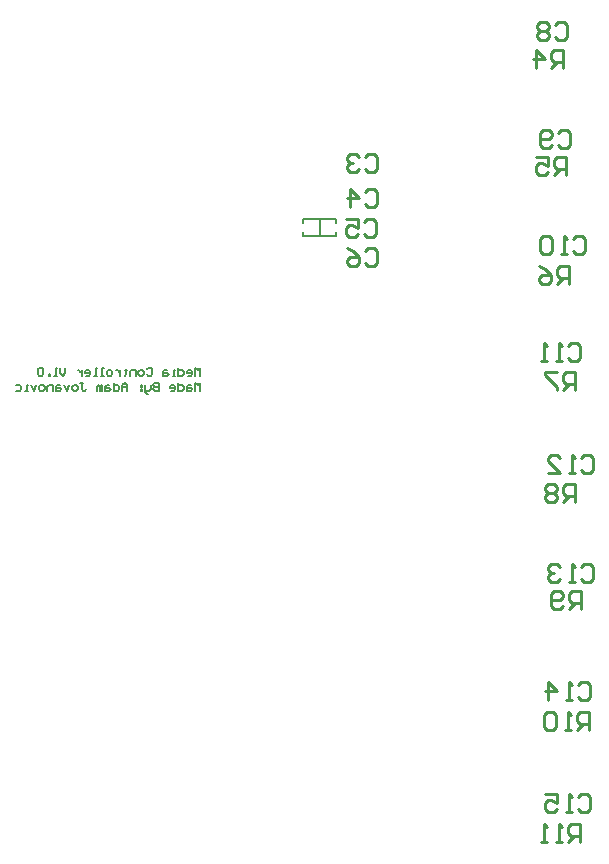
<source format=gbo>
G04*
G04 #@! TF.GenerationSoftware,Altium Limited,Altium Designer,20.2.7 (254)*
G04*
G04 Layer_Color=32896*
%FSLAX44Y44*%
%MOMM*%
G71*
G04*
G04 #@! TF.SameCoordinates,3DC96C9F-A8A8-42D8-A5AB-E266E3FEE33C*
G04*
G04*
G04 #@! TF.FilePolarity,Positive*
G04*
G01*
G75*
%ADD11C,0.2000*%
%ADD12C,0.2540*%
%ADD63C,0.1500*%
D11*
X258000Y449500D02*
Y456498D01*
X255667Y454165D01*
X253335Y456498D01*
Y449500D01*
X247503D02*
X249836D01*
X251002Y450666D01*
Y452999D01*
X249836Y454165D01*
X247503D01*
X246337Y452999D01*
Y451833D01*
X251002D01*
X239339Y456498D02*
Y449500D01*
X242838D01*
X244004Y450666D01*
Y452999D01*
X242838Y454165D01*
X239339D01*
X237007Y449500D02*
X234674D01*
X235840D01*
Y454165D01*
X237007D01*
X230009D02*
X227676D01*
X226510Y452999D01*
Y449500D01*
X230009D01*
X231175Y450666D01*
X230009Y451833D01*
X226510D01*
X212515Y455331D02*
X213681Y456498D01*
X216014D01*
X217180Y455331D01*
Y450666D01*
X216014Y449500D01*
X213681D01*
X212515Y450666D01*
X209016Y449500D02*
X206683D01*
X205517Y450666D01*
Y452999D01*
X206683Y454165D01*
X209016D01*
X210182Y452999D01*
Y450666D01*
X209016Y449500D01*
X203184D02*
Y454165D01*
X199685D01*
X198519Y452999D01*
Y449500D01*
X195020Y455331D02*
Y454165D01*
X196187D01*
X193854D01*
X195020D01*
Y450666D01*
X193854Y449500D01*
X190355Y454165D02*
Y449500D01*
Y451833D01*
X189189Y452999D01*
X188022Y454165D01*
X186856D01*
X182191Y449500D02*
X179858D01*
X178692Y450666D01*
Y452999D01*
X179858Y454165D01*
X182191D01*
X183357Y452999D01*
Y450666D01*
X182191Y449500D01*
X176360D02*
X174027D01*
X175193D01*
Y456498D01*
X176360D01*
X170528Y449500D02*
X168195D01*
X169362D01*
Y456498D01*
X170528D01*
X161198Y449500D02*
X163530D01*
X164697Y450666D01*
Y452999D01*
X163530Y454165D01*
X161198D01*
X160032Y452999D01*
Y451833D01*
X164697D01*
X157699Y454165D02*
Y449500D01*
Y451833D01*
X156533Y452999D01*
X155366Y454165D01*
X154200D01*
X143703Y456498D02*
Y451833D01*
X141371Y449500D01*
X139038Y451833D01*
Y456498D01*
X136706Y449500D02*
X134373D01*
X135539D01*
Y456498D01*
X136706Y455331D01*
X130874Y449500D02*
Y450666D01*
X129708D01*
Y449500D01*
X130874D01*
X125043Y455331D02*
X123876Y456498D01*
X121544D01*
X120378Y455331D01*
Y450666D01*
X121544Y449500D01*
X123876D01*
X125043Y450666D01*
Y455331D01*
X258000Y436833D02*
Y443830D01*
X255667Y441498D01*
X253335Y443830D01*
Y436833D01*
X249836Y441498D02*
X247503D01*
X246337Y440331D01*
Y436833D01*
X249836D01*
X251002Y437999D01*
X249836Y439165D01*
X246337D01*
X239339Y443830D02*
Y436833D01*
X242838D01*
X244004Y437999D01*
Y440331D01*
X242838Y441498D01*
X239339D01*
X233508Y436833D02*
X235840D01*
X237007Y437999D01*
Y440331D01*
X235840Y441498D01*
X233508D01*
X232342Y440331D01*
Y439165D01*
X237007D01*
X223011Y443830D02*
Y436833D01*
X219512D01*
X218346Y437999D01*
Y439165D01*
X219512Y440331D01*
X223011D01*
X219512D01*
X218346Y441498D01*
Y442664D01*
X219512Y443830D01*
X223011D01*
X216014Y441498D02*
Y437999D01*
X214847Y436833D01*
X211348D01*
Y435666D01*
X212515Y434500D01*
X213681D01*
X211348Y436833D02*
Y441498D01*
X209016D02*
X207850D01*
Y440331D01*
X209016D01*
Y441498D01*
Y437999D02*
X207850D01*
Y436833D01*
X209016D01*
Y437999D01*
X196187Y436833D02*
Y441498D01*
X193854Y443830D01*
X191521Y441498D01*
Y436833D01*
Y440331D01*
X196187D01*
X184524Y443830D02*
Y436833D01*
X188022D01*
X189189Y437999D01*
Y440331D01*
X188022Y441498D01*
X184524D01*
X181025D02*
X178692D01*
X177526Y440331D01*
Y436833D01*
X181025D01*
X182191Y437999D01*
X181025Y439165D01*
X177526D01*
X175193Y436833D02*
Y441498D01*
X174027D01*
X172861Y440331D01*
Y436833D01*
Y440331D01*
X171694Y441498D01*
X170528Y440331D01*
Y436833D01*
X156533Y443830D02*
X158865D01*
X157699D01*
Y437999D01*
X158865Y436833D01*
X160032D01*
X161198Y437999D01*
X153034Y436833D02*
X150701D01*
X149535Y437999D01*
Y440331D01*
X150701Y441498D01*
X153034D01*
X154200Y440331D01*
Y437999D01*
X153034Y436833D01*
X147202Y441498D02*
X144870Y436833D01*
X142537Y441498D01*
X139038D02*
X136706D01*
X135539Y440331D01*
Y436833D01*
X139038D01*
X140204Y437999D01*
X139038Y439165D01*
X135539D01*
X133207Y436833D02*
Y441498D01*
X129708D01*
X128542Y440331D01*
Y436833D01*
X125043D02*
X122710D01*
X121544Y437999D01*
Y440331D01*
X122710Y441498D01*
X125043D01*
X126209Y440331D01*
Y437999D01*
X125043Y436833D01*
X119211Y441498D02*
X116879Y436833D01*
X114546Y441498D01*
X112213Y436833D02*
X109881D01*
X111047D01*
Y441498D01*
X112213D01*
X101717D02*
X105216D01*
X106382Y440331D01*
Y437999D01*
X105216Y436833D01*
X101717D01*
D12*
X579305Y54882D02*
Y70118D01*
X571687D01*
X569148Y67578D01*
Y62500D01*
X571687Y59961D01*
X579305D01*
X574226D02*
X569148Y54882D01*
X564070D02*
X558991D01*
X561530D01*
Y70118D01*
X564070Y67578D01*
X551374Y54882D02*
X546295D01*
X548834D01*
Y70118D01*
X551374Y67578D01*
X586844Y149882D02*
Y165118D01*
X579226D01*
X576687Y162578D01*
Y157500D01*
X579226Y154961D01*
X586844D01*
X581765D02*
X576687Y149882D01*
X571609D02*
X566530D01*
X569070D01*
Y165118D01*
X571609Y162578D01*
X558913D02*
X556374Y165118D01*
X551295D01*
X548756Y162578D01*
Y152422D01*
X551295Y149882D01*
X556374D01*
X558913Y152422D01*
Y162578D01*
X580196Y252383D02*
Y267617D01*
X572578D01*
X570039Y265078D01*
Y260000D01*
X572578Y257461D01*
X580196D01*
X575117D02*
X570039Y252383D01*
X564961Y254922D02*
X562422Y252383D01*
X557343D01*
X554804Y254922D01*
Y265078D01*
X557343Y267617D01*
X562422D01*
X564961Y265078D01*
Y262539D01*
X562422Y260000D01*
X554804D01*
X574896Y342383D02*
Y357618D01*
X567278D01*
X564739Y355078D01*
Y350000D01*
X567278Y347461D01*
X574896D01*
X569818D02*
X564739Y342383D01*
X559661Y355078D02*
X557122Y357618D01*
X552043D01*
X549504Y355078D01*
Y352539D01*
X552043Y350000D01*
X549504Y347461D01*
Y344922D01*
X552043Y342383D01*
X557122D01*
X559661Y344922D01*
Y347461D01*
X557122Y350000D01*
X559661Y352539D01*
Y355078D01*
X557122Y350000D02*
X552043D01*
X575496Y437383D02*
Y452618D01*
X567878D01*
X565339Y450078D01*
Y445000D01*
X567878Y442461D01*
X575496D01*
X570418D02*
X565339Y437383D01*
X560261Y452618D02*
X550104D01*
Y450078D01*
X560261Y439922D01*
Y437383D01*
X570196Y527383D02*
Y542618D01*
X562578D01*
X560039Y540078D01*
Y535000D01*
X562578Y532461D01*
X570196D01*
X565117D02*
X560039Y527383D01*
X544804Y542618D02*
X549882Y540078D01*
X554961Y535000D01*
Y529922D01*
X552422Y527383D01*
X547343D01*
X544804Y529922D01*
Y532461D01*
X547343Y535000D01*
X554961D01*
X567696Y619883D02*
Y635118D01*
X560078D01*
X557539Y632578D01*
Y627500D01*
X560078Y624961D01*
X567696D01*
X562617D02*
X557539Y619883D01*
X542304Y635118D02*
X552461D01*
Y627500D01*
X547382Y630039D01*
X544843D01*
X542304Y627500D01*
Y622422D01*
X544843Y619883D01*
X549922D01*
X552461Y622422D01*
X565196Y709883D02*
Y725118D01*
X557578D01*
X555039Y722578D01*
Y717500D01*
X557578Y714961D01*
X565196D01*
X560117D02*
X555039Y709883D01*
X542343D02*
Y725118D01*
X549961Y717500D01*
X539804D01*
X578137Y92578D02*
X580676Y95118D01*
X585755D01*
X588294Y92578D01*
Y82422D01*
X585755Y79882D01*
X580676D01*
X578137Y82422D01*
X573059Y79882D02*
X567980D01*
X570519D01*
Y95118D01*
X573059Y92578D01*
X550206Y95118D02*
X560363D01*
Y87500D01*
X555285Y90039D01*
X552745D01*
X550206Y87500D01*
Y82422D01*
X552745Y79882D01*
X557824D01*
X560363Y82422D01*
X578137Y187578D02*
X580676Y190118D01*
X585755D01*
X588294Y187578D01*
Y177422D01*
X585755Y174883D01*
X580676D01*
X578137Y177422D01*
X573059Y174883D02*
X567980D01*
X570519D01*
Y190118D01*
X573059Y187578D01*
X552745Y174883D02*
Y190118D01*
X560363Y182500D01*
X550206D01*
X580637Y287578D02*
X583176Y290118D01*
X588255D01*
X590794Y287578D01*
Y277422D01*
X588255Y274883D01*
X583176D01*
X580637Y277422D01*
X575559Y274883D02*
X570480D01*
X573019D01*
Y290118D01*
X575559Y287578D01*
X562863D02*
X560324Y290118D01*
X555245D01*
X552706Y287578D01*
Y285039D01*
X555245Y282500D01*
X557785D01*
X555245D01*
X552706Y279961D01*
Y277422D01*
X555245Y274883D01*
X560324D01*
X562863Y277422D01*
X580637Y380078D02*
X583176Y382618D01*
X588255D01*
X590794Y380078D01*
Y369922D01*
X588255Y367383D01*
X583176D01*
X580637Y369922D01*
X575559Y367383D02*
X570480D01*
X573020D01*
Y382618D01*
X575559Y380078D01*
X552706Y367383D02*
X562863D01*
X552706Y377539D01*
Y380078D01*
X555245Y382618D01*
X560324D01*
X562863Y380078D01*
X569598Y475078D02*
X572137Y477617D01*
X577215D01*
X579755Y475078D01*
Y464922D01*
X577215Y462383D01*
X572137D01*
X569598Y464922D01*
X564520Y462383D02*
X559441D01*
X561980D01*
Y477617D01*
X564520Y475078D01*
X551824Y462383D02*
X546745D01*
X549285D01*
Y477617D01*
X551824Y475078D01*
X573887Y565078D02*
X576426Y567617D01*
X581505D01*
X584044Y565078D01*
Y554922D01*
X581505Y552383D01*
X576426D01*
X573887Y554922D01*
X568809Y552383D02*
X563730D01*
X566270D01*
Y567617D01*
X568809Y565078D01*
X556113D02*
X553574Y567617D01*
X548495D01*
X545956Y565078D01*
Y554922D01*
X548495Y552383D01*
X553574D01*
X556113Y554922D01*
Y565078D01*
X561039Y655078D02*
X563578Y657618D01*
X568657D01*
X571196Y655078D01*
Y644922D01*
X568657Y642383D01*
X563578D01*
X561039Y644922D01*
X555961D02*
X553422Y642383D01*
X548343D01*
X545804Y644922D01*
Y655078D01*
X548343Y657618D01*
X553422D01*
X555961Y655078D01*
Y652539D01*
X553422Y650000D01*
X545804D01*
X558539Y746578D02*
X561078Y749118D01*
X566157D01*
X568696Y746578D01*
Y736422D01*
X566157Y733883D01*
X561078D01*
X558539Y736422D01*
X553461Y746578D02*
X550922Y749118D01*
X545843D01*
X543304Y746578D01*
Y744039D01*
X545843Y741500D01*
X543304Y738961D01*
Y736422D01*
X545843Y733883D01*
X550922D01*
X553461Y736422D01*
Y738961D01*
X550922Y741500D01*
X553461Y744039D01*
Y746578D01*
X550922Y741500D02*
X545843D01*
X397539Y555078D02*
X400078Y557617D01*
X405157D01*
X407696Y555078D01*
Y544922D01*
X405157Y542382D01*
X400078D01*
X397539Y544922D01*
X382304Y557617D02*
X387382Y555078D01*
X392461Y550000D01*
Y544922D01*
X389922Y542382D01*
X384843D01*
X382304Y544922D01*
Y547461D01*
X384843Y550000D01*
X392461D01*
X396539Y580078D02*
X399078Y582617D01*
X404157D01*
X406696Y580078D01*
Y569922D01*
X404157Y567382D01*
X399078D01*
X396539Y569922D01*
X381304Y582617D02*
X391461D01*
Y575000D01*
X386382Y577539D01*
X383843D01*
X381304Y575000D01*
Y569922D01*
X383843Y567382D01*
X388922D01*
X391461Y569922D01*
X397539Y605078D02*
X400078Y607617D01*
X405157D01*
X407696Y605078D01*
Y594922D01*
X405157Y592382D01*
X400078D01*
X397539Y594922D01*
X384843Y592382D02*
Y607617D01*
X392461Y600000D01*
X382304D01*
X397539Y635078D02*
X400078Y637617D01*
X405157D01*
X407696Y635078D01*
Y624922D01*
X405157Y622382D01*
X400078D01*
X397539Y624922D01*
X392461Y635078D02*
X389922Y637617D01*
X384843D01*
X382304Y635078D01*
Y632539D01*
X384843Y630000D01*
X387382D01*
X384843D01*
X382304Y627461D01*
Y624922D01*
X384843Y622382D01*
X389922D01*
X392461Y624922D01*
D63*
X345000Y579000D02*
Y582000D01*
X373000D01*
Y579000D02*
Y582000D01*
Y568000D02*
Y571000D01*
X345000Y568000D02*
X373000D01*
X345000D02*
Y571000D01*
X359000Y568000D02*
Y582000D01*
M02*

</source>
